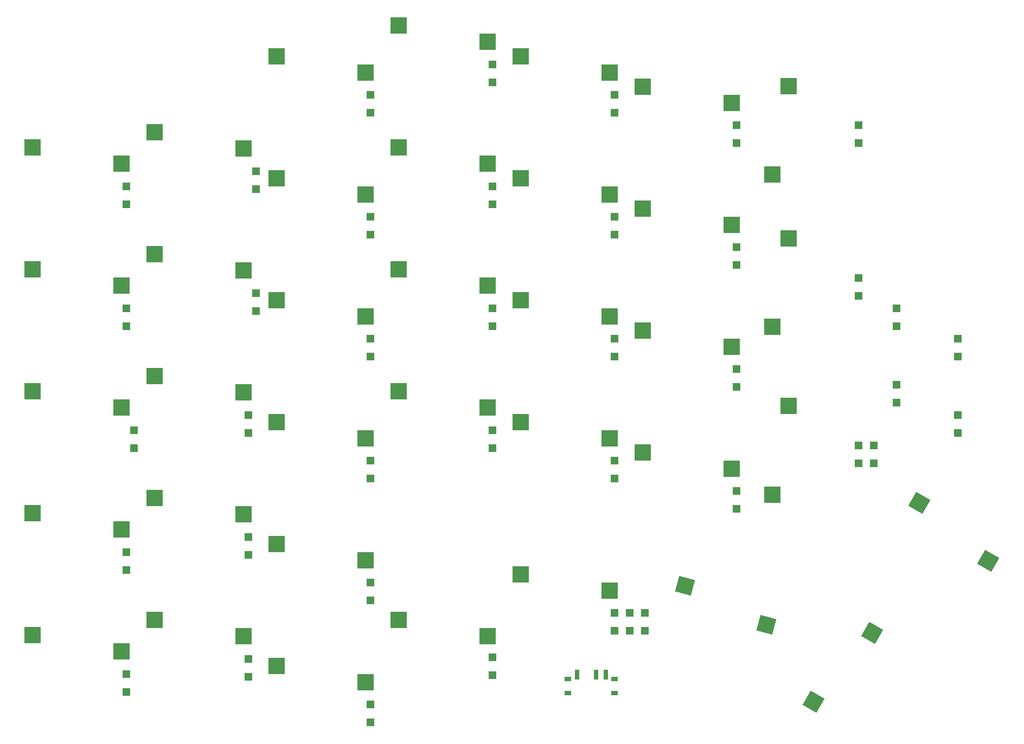
<source format=gbr>
%TF.GenerationSoftware,KiCad,Pcbnew,6.0.4*%
%TF.CreationDate,2022-04-20T09:09:29+02:00*%
%TF.ProjectId,mykeeb,6d796b65-6562-42e6-9b69-6361645f7063,rev?*%
%TF.SameCoordinates,Original*%
%TF.FileFunction,Paste,Top*%
%TF.FilePolarity,Positive*%
%FSLAX46Y46*%
G04 Gerber Fmt 4.6, Leading zero omitted, Abs format (unit mm)*
G04 Created by KiCad (PCBNEW 6.0.4) date 2022-04-20 09:09:29*
%MOMM*%
%LPD*%
G01*
G04 APERTURE LIST*
G04 Aperture macros list*
%AMRotRect*
0 Rectangle, with rotation*
0 The origin of the aperture is its center*
0 $1 length*
0 $2 width*
0 $3 Rotation angle, in degrees counterclockwise*
0 Add horizontal line*
21,1,$1,$2,0,0,$3*%
G04 Aperture macros list end*
%ADD10R,1.200000X1.200000*%
%ADD11R,2.550000X2.500000*%
%ADD12RotRect,2.550000X2.500000X345.000000*%
%ADD13RotRect,2.550000X2.500000X330.000000*%
%ADD14R,2.500000X2.550000*%
%ADD15R,0.700000X1.500000*%
%ADD16R,1.000000X0.800000*%
%ADD17RotRect,2.550000X2.500000X60.000000*%
G04 APERTURE END LIST*
D10*
%TO.C,D32*%
X94059375Y-100993750D03*
X94059375Y-103793750D03*
%TD*%
D11*
%TO.C,K11*%
X74235000Y-71278750D03*
X60385000Y-68738750D03*
%TD*%
%TO.C,K10*%
X55185000Y-73660000D03*
X41335000Y-71120000D03*
%TD*%
%TO.C,K31*%
X74235000Y-109378750D03*
X60385000Y-106838750D03*
%TD*%
D10*
%TO.C,D30*%
X55959375Y-115281250D03*
X55959375Y-118081250D03*
%TD*%
D11*
%TO.C,K24*%
X131385000Y-78422500D03*
X117535000Y-75882500D03*
%TD*%
D12*
%TO.C,K45*%
X155920368Y-126620150D03*
X143199695Y-120582055D03*
%TD*%
D10*
%TO.C,D33*%
X113109375Y-96231250D03*
X113109375Y-99031250D03*
%TD*%
%TO.C,D21*%
X75009375Y-93850000D03*
X75009375Y-96650000D03*
%TD*%
%TO.C,D42*%
X94059375Y-120043750D03*
X94059375Y-122843750D03*
%TD*%
%TO.C,D6*%
X170259375Y-48606250D03*
X170259375Y-51406250D03*
%TD*%
D11*
%TO.C,K41*%
X74235000Y-128428750D03*
X60385000Y-125888750D03*
%TD*%
D10*
%TO.C,D12*%
X94059375Y-62893750D03*
X94059375Y-65693750D03*
%TD*%
D11*
%TO.C,K20*%
X55185000Y-92710000D03*
X41335000Y-90170000D03*
%TD*%
%TO.C,K21*%
X74235000Y-90328750D03*
X60385000Y-87788750D03*
%TD*%
%TO.C,K13*%
X112335000Y-54610000D03*
X98485000Y-52070000D03*
%TD*%
D10*
%TO.C,D23*%
X113109375Y-77181250D03*
X113109375Y-79981250D03*
%TD*%
D13*
%TO.C,K36*%
X190500000Y-116681249D03*
X179775548Y-107556545D03*
%TD*%
D10*
%TO.C,D2*%
X94059375Y-43843750D03*
X94059375Y-46643750D03*
%TD*%
D11*
%TO.C,K40*%
X55185000Y-130810000D03*
X41335000Y-128270000D03*
%TD*%
%TO.C,K25*%
X150435000Y-83185000D03*
X136585000Y-80645000D03*
%TD*%
D10*
%TO.C,D24*%
X132159375Y-81943750D03*
X132159375Y-84743750D03*
%TD*%
D11*
%TO.C,K7*%
X93285000Y-135572500D03*
X79435000Y-133032500D03*
%TD*%
D10*
%TO.C,D16*%
X170259375Y-72418750D03*
X170259375Y-75218750D03*
%TD*%
D11*
%TO.C,K15*%
X150435000Y-64135000D03*
X136585000Y-61595000D03*
%TD*%
D10*
%TO.C,D17*%
X176212500Y-79981250D03*
X176212500Y-77181250D03*
%TD*%
D11*
%TO.C,K5*%
X150435000Y-45085000D03*
X136585000Y-42545000D03*
%TD*%
%TO.C,K1*%
X74235000Y-52228750D03*
X60385000Y-49688750D03*
%TD*%
%TO.C,K0*%
X55185000Y-54610000D03*
X41335000Y-52070000D03*
%TD*%
D10*
%TO.C,D34*%
X132159375Y-100993750D03*
X132159375Y-103793750D03*
%TD*%
D11*
%TO.C,K42*%
X93285000Y-116522500D03*
X79435000Y-113982500D03*
%TD*%
%TO.C,K35*%
X150435000Y-102235000D03*
X136585000Y-99695000D03*
%TD*%
D10*
%TO.C,D7*%
X94059375Y-139093750D03*
X94059375Y-141893750D03*
%TD*%
%TO.C,D15*%
X151209375Y-67656250D03*
X151209375Y-70456250D03*
%TD*%
D11*
%TO.C,K14*%
X131385000Y-59372500D03*
X117535000Y-56832500D03*
%TD*%
D10*
%TO.C,D5*%
X151209375Y-48606250D03*
X151209375Y-51406250D03*
%TD*%
%TO.C,D11*%
X76200000Y-74800000D03*
X76200000Y-77600000D03*
%TD*%
%TO.C,D22*%
X94059375Y-81943750D03*
X94059375Y-84743750D03*
%TD*%
D11*
%TO.C,K22*%
X93285000Y-78422500D03*
X79435000Y-75882500D03*
%TD*%
D10*
%TO.C,D45*%
X136921875Y-124806250D03*
X136921875Y-127606250D03*
%TD*%
%TO.C,D40*%
X55959375Y-134331250D03*
X55959375Y-137131250D03*
%TD*%
D11*
%TO.C,K12*%
X93285000Y-59372500D03*
X79435000Y-56832500D03*
%TD*%
%TO.C,K43*%
X112335000Y-128428750D03*
X98485000Y-125888750D03*
%TD*%
D10*
%TO.C,D0*%
X55959375Y-58131250D03*
X55959375Y-60931250D03*
%TD*%
%TO.C,D46*%
X134540625Y-124806250D03*
X134540625Y-127606250D03*
%TD*%
D11*
%TO.C,K33*%
X112335000Y-92710000D03*
X98485000Y-90170000D03*
%TD*%
D14*
%TO.C,K26*%
X159385000Y-92452500D03*
X156845000Y-106302500D03*
%TD*%
D10*
%TO.C,D43*%
X113109375Y-131740625D03*
X113109375Y-134540625D03*
%TD*%
%TO.C,D14*%
X132159375Y-62893750D03*
X132159375Y-65693750D03*
%TD*%
%TO.C,D1*%
X76200000Y-55750000D03*
X76200000Y-58550000D03*
%TD*%
D11*
%TO.C,K3*%
X112335000Y-35560000D03*
X98485000Y-33020000D03*
%TD*%
D10*
%TO.C,D47*%
X185737500Y-96650000D03*
X185737500Y-93850000D03*
%TD*%
%TO.C,D37*%
X185737500Y-84743750D03*
X185737500Y-81943750D03*
%TD*%
D11*
%TO.C,K34*%
X131385000Y-97472500D03*
X117535000Y-94932500D03*
%TD*%
D10*
%TO.C,D25*%
X151209375Y-86706250D03*
X151209375Y-89506250D03*
%TD*%
%TO.C,D36*%
X172640625Y-98612500D03*
X172640625Y-101412500D03*
%TD*%
%TO.C,D26*%
X170259375Y-98612500D03*
X170259375Y-101412500D03*
%TD*%
D15*
%TO.C,SWbat1*%
X130797735Y-134417044D03*
X129297735Y-134417044D03*
X126297735Y-134417044D03*
D16*
X124897735Y-135067044D03*
X132197735Y-137277044D03*
X124897735Y-137277044D03*
X132197735Y-135067044D03*
%TD*%
D10*
%TO.C,D20*%
X57150000Y-96231250D03*
X57150000Y-99031250D03*
%TD*%
D14*
%TO.C,K16*%
X159385000Y-66258750D03*
X156845000Y-80108750D03*
%TD*%
D10*
%TO.C,D27*%
X176212500Y-91887500D03*
X176212500Y-89087500D03*
%TD*%
%TO.C,D44*%
X132159375Y-124806250D03*
X132159375Y-127606250D03*
%TD*%
D11*
%TO.C,K2*%
X93285000Y-40322500D03*
X79435000Y-37782500D03*
%TD*%
D10*
%TO.C,D4*%
X132159375Y-43843750D03*
X132159375Y-46643750D03*
%TD*%
D11*
%TO.C,K44*%
X131385000Y-121285000D03*
X117535000Y-118745000D03*
%TD*%
D10*
%TO.C,D41*%
X75009375Y-131950000D03*
X75009375Y-134750000D03*
%TD*%
D11*
%TO.C,K4*%
X131385000Y-40322500D03*
X117535000Y-37782500D03*
%TD*%
%TO.C,K23*%
X112335000Y-73660000D03*
X98485000Y-71120000D03*
%TD*%
%TO.C,K30*%
X55185000Y-111760000D03*
X41335000Y-109220000D03*
%TD*%
D17*
%TO.C,K46*%
X172356893Y-127906032D03*
X163232189Y-138630484D03*
%TD*%
D11*
%TO.C,K32*%
X93285000Y-97472500D03*
X79435000Y-94932500D03*
%TD*%
D14*
%TO.C,K6*%
X159385000Y-42446250D03*
X156845000Y-56296250D03*
%TD*%
D10*
%TO.C,D13*%
X113109375Y-58131250D03*
X113109375Y-60931250D03*
%TD*%
%TO.C,D31*%
X75009375Y-112900000D03*
X75009375Y-115700000D03*
%TD*%
%TO.C,D35*%
X151209375Y-105756250D03*
X151209375Y-108556250D03*
%TD*%
%TO.C,D3*%
X113109375Y-39081250D03*
X113109375Y-41881250D03*
%TD*%
%TO.C,D10*%
X55959375Y-77181250D03*
X55959375Y-79981250D03*
%TD*%
M02*

</source>
